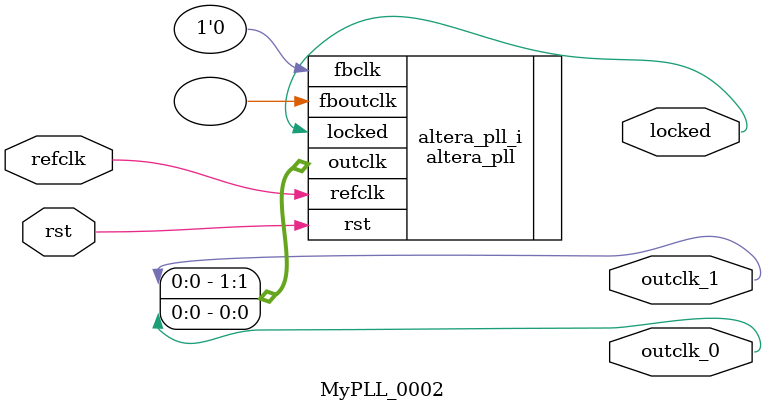
<source format=v>
`timescale 1ns/10ps
module  MyPLL_0002(

	// interface 'refclk'
	input wire refclk,

	// interface 'reset'
	input wire rst,

	// interface 'outclk0'
	output wire outclk_0,

	// interface 'outclk1'
	output wire outclk_1,

	// interface 'locked'
	output wire locked
);

	altera_pll #(
		.fractional_vco_multiplier("false"),
		.reference_clock_frequency("50.0 MHz"),
		.operation_mode("direct"),
		.number_of_clocks(2),
		.output_clock_frequency0("2.200000 MHz"),
		.phase_shift0("0 ps"),
		.duty_cycle0(50),
		.output_clock_frequency1("1.000000 MHz"),
		.phase_shift1("0 ps"),
		.duty_cycle1(50),
		.output_clock_frequency2("0 MHz"),
		.phase_shift2("0 ps"),
		.duty_cycle2(50),
		.output_clock_frequency3("0 MHz"),
		.phase_shift3("0 ps"),
		.duty_cycle3(50),
		.output_clock_frequency4("0 MHz"),
		.phase_shift4("0 ps"),
		.duty_cycle4(50),
		.output_clock_frequency5("0 MHz"),
		.phase_shift5("0 ps"),
		.duty_cycle5(50),
		.output_clock_frequency6("0 MHz"),
		.phase_shift6("0 ps"),
		.duty_cycle6(50),
		.output_clock_frequency7("0 MHz"),
		.phase_shift7("0 ps"),
		.duty_cycle7(50),
		.output_clock_frequency8("0 MHz"),
		.phase_shift8("0 ps"),
		.duty_cycle8(50),
		.output_clock_frequency9("0 MHz"),
		.phase_shift9("0 ps"),
		.duty_cycle9(50),
		.output_clock_frequency10("0 MHz"),
		.phase_shift10("0 ps"),
		.duty_cycle10(50),
		.output_clock_frequency11("0 MHz"),
		.phase_shift11("0 ps"),
		.duty_cycle11(50),
		.output_clock_frequency12("0 MHz"),
		.phase_shift12("0 ps"),
		.duty_cycle12(50),
		.output_clock_frequency13("0 MHz"),
		.phase_shift13("0 ps"),
		.duty_cycle13(50),
		.output_clock_frequency14("0 MHz"),
		.phase_shift14("0 ps"),
		.duty_cycle14(50),
		.output_clock_frequency15("0 MHz"),
		.phase_shift15("0 ps"),
		.duty_cycle15(50),
		.output_clock_frequency16("0 MHz"),
		.phase_shift16("0 ps"),
		.duty_cycle16(50),
		.output_clock_frequency17("0 MHz"),
		.phase_shift17("0 ps"),
		.duty_cycle17(50),
		.pll_type("General"),
		.pll_subtype("General")
	) altera_pll_i (
		.rst	(rst),
		.outclk	({outclk_1, outclk_0}),
		.locked	(locked),
		.fboutclk	( ),
		.fbclk	(1'b0),
		.refclk	(refclk)
	);
endmodule


</source>
